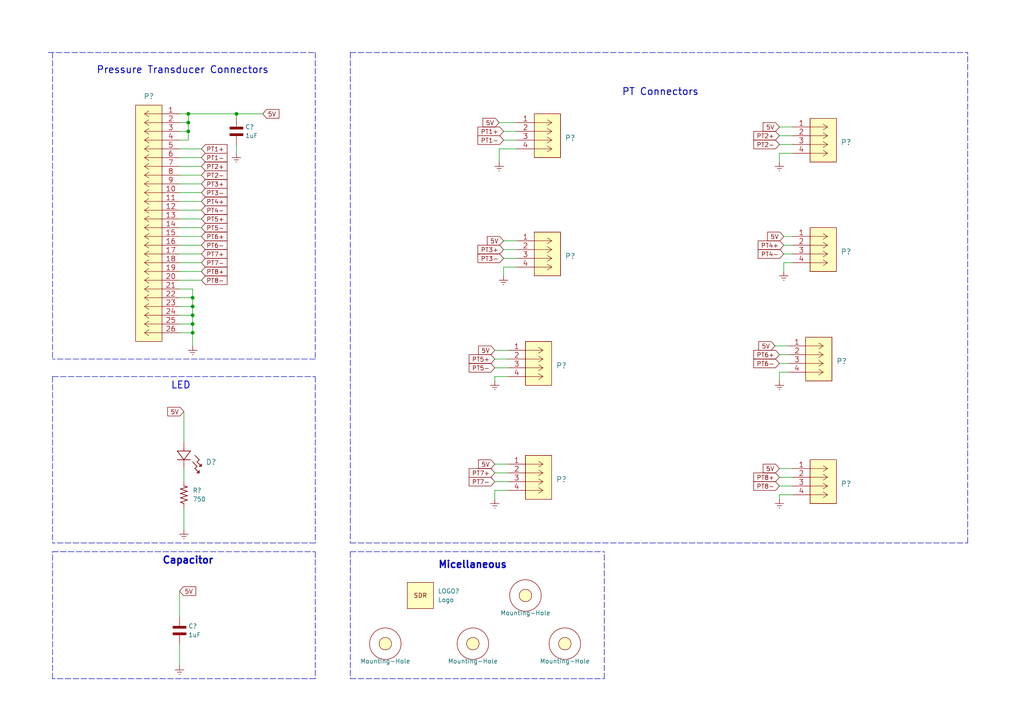
<source format=kicad_sch>
(kicad_sch (version 20211123) (generator eeschema)
  (paper "A4")
  (lib_symbols
    (symbol "PT-Hub:20021511-00026T4LF" (pin_names (offset 0.254) hide)
      (property "Reference" "P" (at 8.89 6.35 0))
      (symbol "20021511-00026T4LF_0_1"
        (rectangle (start 5.08 2.54) (end 12.7 -66.04) (stroke (width 0.1524)) (fill (type background)))
      )
      (symbol "20021511-00026T4LF_1_1"
        (polyline (pts (xy 10.16 -63.5) (xy 5.08 -63.5)) (stroke (width 0.127)))
        (polyline (pts (xy 10.16 -63.5) (xy 8.89 -64.3382)) (stroke (width 0.127)))
        (polyline (pts (xy 10.16 -63.5) (xy 8.89 -62.6618)) (stroke (width 0.127)))
        (polyline (pts (xy 10.16 -60.96) (xy 5.08 -60.96)) (stroke (width 0.127)))
        (polyline (pts (xy 10.16 -60.96) (xy 8.89 -61.7982)) (stroke (width 0.127)))
        (polyline (pts (xy 10.16 -60.96) (xy 8.89 -60.1218)) (stroke (width 0.127)))
        (polyline (pts (xy 10.16 -58.42) (xy 5.08 -58.42)) (stroke (width 0.127)))
        (polyline (pts (xy 10.16 -58.42) (xy 8.89 -59.2582)) (stroke (width 0.127)))
        (polyline (pts (xy 10.16 -58.42) (xy 8.89 -57.5818)) (stroke (width 0.127)))
        (polyline (pts (xy 10.16 -55.88) (xy 5.08 -55.88)) (stroke (width 0.127)))
        (polyline (pts (xy 10.16 -55.88) (xy 8.89 -56.7182)) (stroke (width 0.127)))
        (polyline (pts (xy 10.16 -55.88) (xy 8.89 -55.0418)) (stroke (width 0.127)))
        (polyline (pts (xy 10.16 -53.34) (xy 5.08 -53.34)) (stroke (width 0.127)))
        (polyline (pts (xy 10.16 -53.34) (xy 8.89 -54.1782)) (stroke (width 0.127)))
        (polyline (pts (xy 10.16 -53.34) (xy 8.89 -52.5018)) (stroke (width 0.127)))
        (polyline (pts (xy 10.16 -50.8) (xy 5.08 -50.8)) (stroke (width 0.127)))
        (polyline (pts (xy 10.16 -50.8) (xy 8.89 -51.6382)) (stroke (width 0.127)))
        (polyline (pts (xy 10.16 -50.8) (xy 8.89 -49.9618)) (stroke (width 0.127)))
        (polyline (pts (xy 10.16 -48.26) (xy 5.08 -48.26)) (stroke (width 0.127)))
        (polyline (pts (xy 10.16 -48.26) (xy 8.89 -49.0982)) (stroke (width 0.127)))
        (polyline (pts (xy 10.16 -48.26) (xy 8.89 -47.4218)) (stroke (width 0.127)))
        (polyline (pts (xy 10.16 -45.72) (xy 5.08 -45.72)) (stroke (width 0.127)))
        (polyline (pts (xy 10.16 -45.72) (xy 8.89 -46.5582)) (stroke (width 0.127)))
        (polyline (pts (xy 10.16 -45.72) (xy 8.89 -44.8818)) (stroke (width 0.127)))
        (polyline (pts (xy 10.16 -43.18) (xy 5.08 -43.18)) (stroke (width 0.127)))
        (polyline (pts (xy 10.16 -43.18) (xy 8.89 -44.0182)) (stroke (width 0.127)))
        (polyline (pts (xy 10.16 -43.18) (xy 8.89 -42.3418)) (stroke (width 0.127)))
        (polyline (pts (xy 10.16 -40.64) (xy 5.08 -40.64)) (stroke (width 0.127)))
        (polyline (pts (xy 10.16 -40.64) (xy 8.89 -41.4782)) (stroke (width 0.127)))
        (polyline (pts (xy 10.16 -40.64) (xy 8.89 -39.8018)) (stroke (width 0.127)))
        (polyline (pts (xy 10.16 -38.1) (xy 5.08 -38.1)) (stroke (width 0.127)))
        (polyline (pts (xy 10.16 -38.1) (xy 8.89 -38.9382)) (stroke (width 0.127)))
        (polyline (pts (xy 10.16 -38.1) (xy 8.89 -37.2618)) (stroke (width 0.127)))
        (polyline (pts (xy 10.16 -35.56) (xy 5.08 -35.56)) (stroke (width 0.127)))
        (polyline (pts (xy 10.16 -35.56) (xy 8.89 -36.3982)) (stroke (width 0.127)))
        (polyline (pts (xy 10.16 -35.56) (xy 8.89 -34.7218)) (stroke (width 0.127)))
        (polyline (pts (xy 10.16 -33.02) (xy 5.08 -33.02)) (stroke (width 0.127)))
        (polyline (pts (xy 10.16 -33.02) (xy 8.89 -33.8582)) (stroke (width 0.127)))
        (polyline (pts (xy 10.16 -33.02) (xy 8.89 -32.1818)) (stroke (width 0.127)))
        (polyline (pts (xy 10.16 -30.48) (xy 5.08 -30.48)) (stroke (width 0.127)))
        (polyline (pts (xy 10.16 -30.48) (xy 8.89 -31.3182)) (stroke (width 0.127)))
        (polyline (pts (xy 10.16 -30.48) (xy 8.89 -29.6418)) (stroke (width 0.127)))
        (polyline (pts (xy 10.16 -27.94) (xy 5.08 -27.94)) (stroke (width 0.127)))
        (polyline (pts (xy 10.16 -27.94) (xy 8.89 -28.7782)) (stroke (width 0.127)))
        (polyline (pts (xy 10.16 -27.94) (xy 8.89 -27.1018)) (stroke (width 0.127)))
        (polyline (pts (xy 10.16 -25.4) (xy 5.08 -25.4)) (stroke (width 0.127)))
        (polyline (pts (xy 10.16 -25.4) (xy 8.89 -26.2382)) (stroke (width 0.127)))
        (polyline (pts (xy 10.16 -25.4) (xy 8.89 -24.5618)) (stroke (width 0.127)))
        (polyline (pts (xy 10.16 -22.86) (xy 5.08 -22.86)) (stroke (width 0.127)))
        (polyline (pts (xy 10.16 -22.86) (xy 8.89 -23.6982)) (stroke (width 0.127)))
        (polyline (pts (xy 10.16 -22.86) (xy 8.89 -22.0218)) (stroke (width 0.127)))
        (polyline (pts (xy 10.16 -20.32) (xy 5.08 -20.32)) (stroke (width 0.127)))
        (polyline (pts (xy 10.16 -20.32) (xy 8.89 -21.1582)) (stroke (width 0.127)))
        (polyline (pts (xy 10.16 -20.32) (xy 8.89 -19.4818)) (stroke (width 0.127)))
        (polyline (pts (xy 10.16 -17.78) (xy 5.08 -17.78)) (stroke (width 0.127)))
        (polyline (pts (xy 10.16 -17.78) (xy 8.89 -18.6182)) (stroke (width 0.127)))
        (polyline (pts (xy 10.16 -17.78) (xy 8.89 -16.9418)) (stroke (width 0.127)))
        (polyline (pts (xy 10.16 -15.24) (xy 5.08 -15.24)) (stroke (width 0.127)))
        (polyline (pts (xy 10.16 -15.24) (xy 8.89 -16.0782)) (stroke (width 0.127)))
        (polyline (pts (xy 10.16 -15.24) (xy 8.89 -14.4018)) (stroke (width 0.127)))
        (polyline (pts (xy 10.16 -12.7) (xy 5.08 -12.7)) (stroke (width 0.127)))
        (polyline (pts (xy 10.16 -12.7) (xy 8.89 -13.5382)) (stroke (width 0.127)))
        (polyline (pts (xy 10.16 -12.7) (xy 8.89 -11.8618)) (stroke (width 0.127)))
        (polyline (pts (xy 10.16 -10.16) (xy 5.08 -10.16)) (stroke (width 0.127)))
        (polyline (pts (xy 10.16 -10.16) (xy 8.89 -10.9982)) (stroke (width 0.127)))
        (polyline (pts (xy 10.16 -10.16) (xy 8.89 -9.3218)) (stroke (width 0.127)))
        (polyline (pts (xy 10.16 -7.62) (xy 5.08 -7.62)) (stroke (width 0.127)))
        (polyline (pts (xy 10.16 -7.62) (xy 8.89 -8.4582)) (stroke (width 0.127)))
        (polyline (pts (xy 10.16 -7.62) (xy 8.89 -6.7818)) (stroke (width 0.127)))
        (polyline (pts (xy 10.16 -5.08) (xy 5.08 -5.08)) (stroke (width 0.127)))
        (polyline (pts (xy 10.16 -5.08) (xy 8.89 -5.9182)) (stroke (width 0.127)))
        (polyline (pts (xy 10.16 -5.08) (xy 8.89 -4.2418)) (stroke (width 0.127)))
        (polyline (pts (xy 10.16 -2.54) (xy 5.08 -2.54)) (stroke (width 0.127)))
        (polyline (pts (xy 10.16 -2.54) (xy 8.89 -3.3782)) (stroke (width 0.127)))
        (polyline (pts (xy 10.16 -2.54) (xy 8.89 -1.7018)) (stroke (width 0.127)))
        (polyline (pts (xy 10.16 0) (xy 5.08 0)) (stroke (width 0.127)))
        (polyline (pts (xy 10.16 0) (xy 8.89 -0.8382)) (stroke (width 0.127)))
        (polyline (pts (xy 10.16 0) (xy 8.89 0.8382)) (stroke (width 0.127)))
        (pin passive line (at 0 0 0) (length 5.08) (name "1") (number "1"))
        (pin passive line (at 0 -22.86 0) (length 5.08) (name "10") (number "10"))
        (pin passive line (at 0 -25.4 0) (length 5.08) (name "11") (number "11"))
        (pin passive line (at 0 -27.94 0) (length 5.08) (name "12") (number "12"))
        (pin passive line (at 0 -30.48 0) (length 5.08) (name "13") (number "13"))
        (pin passive line (at 0 -33.02 0) (length 5.08) (name "14") (number "14"))
        (pin passive line (at 0 -35.56 0) (length 5.08) (name "15") (number "15"))
        (pin passive line (at 0 -38.1 0) (length 5.08) (name "16") (number "16"))
        (pin passive line (at 0 -40.64 0) (length 5.08) (name "17") (number "17"))
        (pin passive line (at 0 -43.18 0) (length 5.08) (name "18") (number "18"))
        (pin passive line (at 0 -45.72 0) (length 5.08) (name "19") (number "19"))
        (pin passive line (at 0 -2.54 0) (length 5.08) (name "2") (number "2"))
        (pin passive line (at 0 -48.26 0) (length 5.08) (name "20") (number "20"))
        (pin passive line (at 0 -50.8 0) (length 5.08) (name "21") (number "21"))
        (pin passive line (at 0 -53.34 0) (length 5.08) (name "22") (number "22"))
        (pin passive line (at 0 -55.88 0) (length 5.08) (name "23") (number "23"))
        (pin passive line (at 0 -58.42 0) (length 5.08) (name "24") (number "24"))
        (pin passive line (at 0 -60.96 0) (length 5.08) (name "25") (number "25"))
        (pin passive line (at 0 -63.5 0) (length 5.08) (name "26") (number "26"))
        (pin passive line (at 0 -5.08 0) (length 5.08) (name "3") (number "3"))
        (pin passive line (at 0 -7.62 0) (length 5.08) (name "4") (number "4"))
        (pin passive line (at 0 -10.16 0) (length 5.08) (name "5") (number "5"))
        (pin passive line (at 0 -12.7 0) (length 5.08) (name "6") (number "6"))
        (pin passive line (at 0 -15.24 0) (length 5.08) (name "7") (number "7"))
        (pin passive line (at 0 -17.78 0) (length 5.08) (name "8") (number "8"))
        (pin passive line (at 0 -20.32 0) (length 5.08) (name "9") (number "9"))
      )
    )
    (symbol "PT-Hub:39299043" (pin_names (offset 0.254) hide)
      (property "Reference" "P" (at 7.62 5.08 0))
      (symbol "39299043_1_1"
        (polyline (pts (xy 5.08 -10.16) (xy 12.7 -10.16)) (stroke (width 0.127)))
        (polyline (pts (xy 5.08 2.54) (xy 5.08 -10.16)) (stroke (width 0.127)))
        (polyline (pts (xy 10.16 -7.62) (xy 5.08 -7.62)) (stroke (width 0.127)))
        (polyline (pts (xy 10.16 -7.62) (xy 8.89 -8.4582)) (stroke (width 0.127)))
        (polyline (pts (xy 10.16 -7.62) (xy 8.89 -6.7818)) (stroke (width 0.127)))
        (polyline (pts (xy 10.16 -5.08) (xy 5.08 -5.08)) (stroke (width 0.127)))
        (polyline (pts (xy 10.16 -5.08) (xy 8.89 -5.9182)) (stroke (width 0.127)))
        (polyline (pts (xy 10.16 -5.08) (xy 8.89 -4.2418)) (stroke (width 0.127)))
        (polyline (pts (xy 10.16 -2.54) (xy 5.08 -2.54)) (stroke (width 0.127)))
        (polyline (pts (xy 10.16 -2.54) (xy 8.89 -3.3782)) (stroke (width 0.127)))
        (polyline (pts (xy 10.16 -2.54) (xy 8.89 -1.7018)) (stroke (width 0.127)))
        (polyline (pts (xy 10.16 0) (xy 5.08 0)) (stroke (width 0.127)))
        (polyline (pts (xy 10.16 0) (xy 8.89 -0.8382)) (stroke (width 0.127)))
        (polyline (pts (xy 10.16 0) (xy 8.89 0.8382)) (stroke (width 0.127)))
        (polyline (pts (xy 12.7 -10.16) (xy 12.7 2.54)) (stroke (width 0.127)))
        (polyline (pts (xy 12.7 2.54) (xy 5.08 2.54)) (stroke (width 0.127)) (fill (type background)))
        (rectangle (start 5.08 2.54) (end 12.7 -10.16) (stroke (width 0.127)) (fill (type background)))
        (pin passive line (at 0 0 0) (length 5.08) (name "+12V") (number "1"))
        (pin passive line (at 0 -2.54 0) (length 5.08) (name "GND") (number "2"))
        (pin passive line (at 0 -5.08 0) (length 5.08) (name "3") (number "3"))
        (pin passive line (at 0 -7.62 0) (length 5.08) (name "4") (number "4"))
      )
    )
    (symbol "PT-Hub:CAP_0603" (pin_numbers hide) (pin_names (offset 1.016) hide)
      (property "Reference" "C" (at -1.27 3.81 0))
      (property "Value" "CAP_0603" (at -3.81 -3.81 0))
      (symbol "CAP_0603_0_0"
        (rectangle (start -1.27 -1.905) (end -0.635 1.905) (fill (type outline)))
        (rectangle (start 0.635 -1.905) (end 1.27 1.905) (fill (type outline)))
        (pin passive line (at 3.81 0 180) (length 2.54) (name "~") (number "1"))
        (pin passive line (at -3.81 0 0) (length 2.54) (name "~") (number "2"))
      )
    )
    (symbol "PT-Hub:Earth" (power) (pin_names (offset 0))
      (symbol "Earth_0_1"
        (polyline (pts (xy -0.635 -1.905) (xy 0.635 -1.905)))
        (polyline (pts (xy -0.127 -2.54) (xy 0.127 -2.54)))
        (polyline (pts (xy 0 -1.27) (xy 0 0)))
        (polyline (pts (xy 1.27 -1.27) (xy -1.27 -1.27)))
      )
      (symbol "Earth_1_1"
        (pin power_in line (at 0 0 270) (length 0) hide (name "Earth") (number "1"))
      )
    )
    (symbol "PT-Hub:Logo" (pin_names (offset 1.016))
      (property "Reference" "LOGO" (at 0 5.08 0))
      (property "Value" "Logo" (at 0 -5.08 0))
      (symbol "Logo_0_0"
        (text "SDR" (at 0 0 0) (effects (font (size 1.27 1.27))))
      )
      (symbol "Logo_0_1"
        (rectangle (start -3.81 3.81) (end 3.81 -3.81) (fill (type background)))
      )
    )
    (symbol "PT-Hub:Mounting-Hole" (pin_names (offset 1.016))
      (symbol "Mounting-Hole_0_1"
        (circle (center 0 0) (radius 1.8034) (fill (type background)))
        (circle (center 0 0) (radius 4.572))
      )
    )
    (symbol "PT-Hub:RES_0603" (pin_numbers hide) (pin_names (offset 1.016) hide)
      (property "Reference" "R" (at -1.27 1.27 0))
      (property "Value" "RES_0603" (at -3.81 -2.54 0))
      (symbol "RES_0603_0_0"
        (polyline (pts (xy -2.54 0) (xy -2.159 1.016)) (stroke (width 0.2032)))
        (polyline (pts (xy -2.159 1.016) (xy -1.524 -1.016)) (stroke (width 0.2032)))
        (polyline (pts (xy -1.524 -1.016) (xy -0.889 1.016)) (stroke (width 0.2032)))
        (polyline (pts (xy -0.889 1.016) (xy -0.254 -1.016)) (stroke (width 0.2032)))
        (polyline (pts (xy -0.254 -1.016) (xy 0.381 1.016)) (stroke (width 0.2032)))
        (polyline (pts (xy 0.381 1.016) (xy 1.016 -1.016)) (stroke (width 0.2032)))
        (polyline (pts (xy 1.016 -1.016) (xy 1.651 1.016)) (stroke (width 0.2032)))
        (polyline (pts (xy 1.651 1.016) (xy 2.286 -1.016)) (stroke (width 0.2032)))
        (polyline (pts (xy 2.286 -1.016) (xy 2.54 0)) (stroke (width 0.2032)))
        (pin passive line (at -3.81 0 0) (length 1.27) (name "~") (number "1"))
        (pin passive line (at 3.81 0 180) (length 1.27) (name "~") (number "2"))
      )
    )
    (symbol "PT-Hub:SML-LX1206GC-TR" (pin_numbers hide) (pin_names hide)
      (property "Reference" "D" (at 3.81 5.08 0))
      (property "Value" "SML-LX1206GC-TR" (at 11.43 -10.16 0))
      (symbol "SML-LX1206GC-TR_1_1"
        (polyline (pts (xy -1.905 0) (xy 1.905 0)) (stroke (width 0.2032)))
        (polyline (pts (xy -1.905 2.54) (xy 0 0)) (stroke (width 0.2032)))
        (polyline (pts (xy 0 0) (xy 0 -1.27)) (stroke (width 0.1524)))
        (polyline (pts (xy 0 0) (xy 1.905 2.54)) (stroke (width 0.2032)))
        (polyline (pts (xy 0 3.175) (xy 0 2.54)) (stroke (width 0.1524)))
        (polyline (pts (xy 0 3.81) (xy 0 2.8702)) (stroke (width 0.1524)))
        (polyline (pts (xy 1.905 2.54) (xy -1.905 2.54)) (stroke (width 0.2032)))
        (polyline (pts (xy 2.54 -0.635) (xy 3.81 -1.905)) (stroke (width 0.2032)))
        (polyline (pts (xy 3.175 -2.54) (xy 4.445 -3.81)) (stroke (width 0.2032)))
        (polyline (pts (xy 3.175 1.27) (xy 4.445 0)) (stroke (width 0.2032)))
        (polyline (pts (xy 3.81 -3.81) (xy 4.445 -3.81)) (stroke (width 0.2032)))
        (polyline (pts (xy 3.81 -1.905) (xy 3.175 -2.54)) (stroke (width 0.2032)))
        (polyline (pts (xy 3.81 -0.635) (xy 5.08 -1.905)) (stroke (width 0.2032)))
        (polyline (pts (xy 4.445 -3.81) (xy 4.445 -3.175)) (stroke (width 0.2032)))
        (polyline (pts (xy 4.445 -3.175) (xy 3.81 -3.81)) (stroke (width 0.2032)))
        (polyline (pts (xy 4.445 -1.905) (xy 5.08 -1.905)) (stroke (width 0.2032)))
        (polyline (pts (xy 4.445 0) (xy 3.81 -0.635)) (stroke (width 0.2032)))
        (polyline (pts (xy 5.08 -1.905) (xy 5.08 -1.27)) (stroke (width 0.2032)))
        (polyline (pts (xy 5.08 -1.27) (xy 4.445 -1.905)) (stroke (width 0.2032)))
        (pin passive line (at 0 -2.54 90) (length 1.27) (name "1") (number "1"))
        (pin passive line (at 0 5.08 270) (length 1.27) (name "2") (number "2"))
      )
    )
  )
  (junction (at 54.61 35.56))
  (junction (at 55.88 91.44))
  (junction (at 55.88 88.9))
  (junction (at 68.58 33.02))
  (junction (at 55.88 96.52))
  (junction (at 54.61 33.02))
  (junction (at 55.88 86.36))
  (junction (at 55.88 93.98))
  (junction (at 54.61 38.1))
  (wire (pts (xy 52.07 66.04) (xy 58.42 66.04)))
  (wire (pts (xy 52.07 50.8) (xy 58.42 50.8)))
  (wire (pts (xy 68.58 33.02) (xy 76.2 33.02)))
  (wire (pts (xy 144.78 43.18) (xy 144.78 46.99)))
  (wire (pts (xy 226.06 105.41) (xy 228.6 105.41)))
  (wire (pts (xy 143.51 109.22) (xy 143.51 110.49)))
  (wire (pts (xy 226.06 138.43) (xy 229.87 138.43)))
  (wire (pts (xy 52.07 45.72) (xy 58.42 45.72)))
  (polyline (pts (xy 175.26 196.85) (xy 175.26 160.02)))
  (polyline (pts (xy 13.97 15.24) (xy 91.44 15.24)))
  (polyline (pts (xy 91.44 157.48) (xy 15.24 157.48)))
  (wire (pts (xy 52.07 186.69) (xy 52.07 193.04)))
  (wire (pts (xy 53.34 119.38) (xy 53.34 128.27)))
  (wire (pts (xy 146.05 74.93) (xy 149.86 74.93)))
  (wire (pts (xy 146.05 77.47) (xy 146.05 80.01)))
  (wire (pts (xy 226.06 36.83) (xy 229.87 36.83)))
  (wire (pts (xy 143.51 137.16) (xy 147.32 137.16)))
  (wire (pts (xy 226.06 102.87) (xy 228.6 102.87)))
  (wire (pts (xy 226.06 41.91) (xy 229.87 41.91)))
  (wire (pts (xy 68.58 41.91) (xy 68.58 44.45)))
  (wire (pts (xy 52.07 43.18) (xy 58.42 43.18)))
  (polyline (pts (xy 101.6 196.85) (xy 175.26 196.85)))
  (wire (pts (xy 146.05 69.85) (xy 149.86 69.85)))
  (wire (pts (xy 143.51 134.62) (xy 147.32 134.62)))
  (polyline (pts (xy 15.24 160.02) (xy 20.32 160.02)))
  (wire (pts (xy 144.78 35.56) (xy 149.86 35.56)))
  (wire (pts (xy 52.07 48.26) (xy 58.42 48.26)))
  (wire (pts (xy 52.07 88.9) (xy 55.88 88.9)))
  (wire (pts (xy 55.88 88.9) (xy 55.88 91.44)))
  (wire (pts (xy 52.07 33.02) (xy 54.61 33.02)))
  (wire (pts (xy 227.33 73.66) (xy 229.87 73.66)))
  (wire (pts (xy 226.06 107.95) (xy 226.06 110.49)))
  (wire (pts (xy 52.07 76.2) (xy 58.42 76.2)))
  (wire (pts (xy 226.06 135.89) (xy 229.87 135.89)))
  (wire (pts (xy 54.61 35.56) (xy 54.61 33.02)))
  (wire (pts (xy 147.32 109.22) (xy 143.51 109.22)))
  (wire (pts (xy 143.51 104.14) (xy 147.32 104.14)))
  (wire (pts (xy 53.34 147.32) (xy 53.34 153.67)))
  (wire (pts (xy 52.07 86.36) (xy 55.88 86.36)))
  (wire (pts (xy 226.06 39.37) (xy 229.87 39.37)))
  (wire (pts (xy 52.07 83.82) (xy 55.88 83.82)))
  (wire (pts (xy 52.07 73.66) (xy 58.42 73.66)))
  (wire (pts (xy 149.86 77.47) (xy 146.05 77.47)))
  (wire (pts (xy 226.06 140.97) (xy 229.87 140.97)))
  (polyline (pts (xy 101.6 15.24) (xy 101.6 157.48)))
  (polyline (pts (xy 15.24 15.24) (xy 15.24 104.14)))
  (wire (pts (xy 54.61 33.02) (xy 68.58 33.02)))
  (wire (pts (xy 224.79 100.33) (xy 228.6 100.33)))
  (polyline (pts (xy 15.24 160.02) (xy 91.44 160.02)))
  (wire (pts (xy 55.88 96.52) (xy 55.88 100.33)))
  (polyline (pts (xy 91.44 15.24) (xy 91.44 104.14)))
  (wire (pts (xy 52.07 35.56) (xy 54.61 35.56)))
  (polyline (pts (xy 91.44 104.14) (xy 15.24 104.14)))
  (polyline (pts (xy 91.44 196.85) (xy 15.24 196.85)))
  (wire (pts (xy 146.05 38.1) (xy 149.86 38.1)))
  (polyline (pts (xy 101.6 160.02) (xy 101.6 196.85)))
  (wire (pts (xy 54.61 38.1) (xy 54.61 35.56)))
  (wire (pts (xy 52.07 60.96) (xy 58.42 60.96)))
  (wire (pts (xy 52.07 38.1) (xy 54.61 38.1)))
  (wire (pts (xy 143.51 142.24) (xy 143.51 144.78)))
  (polyline (pts (xy 15.24 109.22) (xy 15.24 157.48)))
  (polyline (pts (xy 101.6 15.24) (xy 280.67 15.24)))
  (polyline (pts (xy 101.6 157.48) (xy 280.67 157.48)))
  (wire (pts (xy 52.07 171.45) (xy 52.07 179.07)))
  (wire (pts (xy 55.88 93.98) (xy 55.88 96.52)))
  (wire (pts (xy 229.87 44.45) (xy 226.06 44.45)))
  (polyline (pts (xy 15.24 109.22) (xy 91.44 109.22)))
  (wire (pts (xy 52.07 71.12) (xy 58.42 71.12)))
  (wire (pts (xy 226.06 44.45) (xy 226.06 46.99)))
  (wire (pts (xy 227.33 71.12) (xy 229.87 71.12)))
  (wire (pts (xy 143.51 106.68) (xy 147.32 106.68)))
  (wire (pts (xy 52.07 78.74) (xy 58.42 78.74)))
  (wire (pts (xy 52.07 81.28) (xy 58.42 81.28)))
  (wire (pts (xy 52.07 93.98) (xy 55.88 93.98)))
  (polyline (pts (xy 91.44 160.02) (xy 91.44 196.85)))
  (wire (pts (xy 229.87 143.51) (xy 226.06 143.51)))
  (wire (pts (xy 52.07 40.64) (xy 54.61 40.64)))
  (wire (pts (xy 55.88 91.44) (xy 55.88 93.98)))
  (wire (pts (xy 227.33 68.58) (xy 229.87 68.58)))
  (polyline (pts (xy 91.44 109.22) (xy 91.44 157.48)))
  (wire (pts (xy 52.07 58.42) (xy 58.42 58.42)))
  (wire (pts (xy 52.07 91.44) (xy 55.88 91.44)))
  (wire (pts (xy 52.07 53.34) (xy 58.42 53.34)))
  (polyline (pts (xy 101.6 160.02) (xy 175.26 160.02)))
  (wire (pts (xy 143.51 101.6) (xy 147.32 101.6)))
  (polyline (pts (xy 15.24 196.85) (xy 15.24 160.02)))
  (wire (pts (xy 147.32 142.24) (xy 143.51 142.24)))
  (polyline (pts (xy 280.67 157.48) (xy 280.67 15.24)))
  (wire (pts (xy 229.87 76.2) (xy 227.33 76.2)))
  (wire (pts (xy 228.6 107.95) (xy 226.06 107.95)))
  (wire (pts (xy 55.88 86.36) (xy 55.88 88.9)))
  (wire (pts (xy 52.07 55.88) (xy 58.42 55.88)))
  (wire (pts (xy 52.07 68.58) (xy 58.42 68.58)))
  (wire (pts (xy 53.34 135.89) (xy 53.34 139.7)))
  (wire (pts (xy 149.86 43.18) (xy 144.78 43.18)))
  (wire (pts (xy 54.61 40.64) (xy 54.61 38.1)))
  (wire (pts (xy 146.05 72.39) (xy 149.86 72.39)))
  (wire (pts (xy 52.07 63.5) (xy 58.42 63.5)))
  (wire (pts (xy 226.06 143.51) (xy 226.06 144.78)))
  (wire (pts (xy 143.51 139.7) (xy 147.32 139.7)))
  (wire (pts (xy 55.88 83.82) (xy 55.88 86.36)))
  (wire (pts (xy 146.05 40.64) (xy 149.86 40.64)))
  (wire (pts (xy 68.58 33.02) (xy 68.58 34.29)))
  (wire (pts (xy 52.07 96.52) (xy 55.88 96.52)))
  (wire (pts (xy 227.33 76.2) (xy 227.33 78.74)))
  (text "Capacitor" (at 46.99 163.83 0) (effects (font (size 2.032 2.032) (thickness 0.4064) bold) (justify left bottom)))
  (text "Pressure Transducer Connectors" (at 27.94 21.59 0) (effects (font (size 2.032 2.032) (thickness 0.254) bold) (justify left bottom)))
  (text "PT Connectors" (at 180.34 27.94 0) (effects (font (size 2.032 2.032) (thickness 0.254) bold) (justify left bottom)))
  (text "Micellaneous" (at 127 165.1 0) (effects (font (size 2.032 2.032) (thickness 0.4064) bold) (justify left bottom)))
  (text "LED" (at 49.53 113.03 0) (effects (font (size 2.032 2.032) (thickness 0.254) bold) (justify left bottom)))
  (global_label "PT6+" (shape input) (at 226.06 102.87 180) (property "Intersheet References" "${INTERSHEET_REFS}" (effects hide)))
  (global_label "PT8+" (shape input) (at 58.42 78.74 0) (property "Intersheet References" "${INTERSHEET_REFS}" (effects hide)))
  (global_label "PT2-" (shape input) (at 58.42 50.8 0) (property "Intersheet References" "${INTERSHEET_REFS}" (effects hide)))
  (global_label "PT8-" (shape input) (at 58.42 81.28 0) (property "Intersheet References" "${INTERSHEET_REFS}" (effects hide)))
  (global_label "PT3-" (shape input) (at 146.05 74.93 180) (property "Intersheet References" "${INTERSHEET_REFS}" (effects hide)))
  (global_label "PT6-" (shape input) (at 226.06 105.41 180) (property "Intersheet References" "${INTERSHEET_REFS}" (effects hide)))
  (global_label "PT7-" (shape input) (at 58.42 76.2 0) (property "Intersheet References" "${INTERSHEET_REFS}" (effects hide)))
  (global_label "PT1+" (shape input) (at 58.42 43.18 0) (property "Intersheet References" "${INTERSHEET_REFS}" (effects hide)))
  (global_label "PT1-" (shape input) (at 146.05 40.64 180) (property "Intersheet References" "${INTERSHEET_REFS}" (effects hide)))
  (global_label "5V" (shape input) (at 143.51 101.6 180) (property "Intersheet References" "${INTERSHEET_REFS}" (effects hide)))
  (global_label "5V" (shape input) (at 226.06 36.83 180) (property "Intersheet References" "${INTERSHEET_REFS}" (effects hide)))
  (global_label "5V" (shape input) (at 227.33 68.58 180) (property "Intersheet References" "${INTERSHEET_REFS}" (effects hide)))
  (global_label "PT4-" (shape input) (at 227.33 73.66 180) (property "Intersheet References" "${INTERSHEET_REFS}" (effects hide)))
  (global_label "PT3+" (shape input) (at 146.05 72.39 180) (property "Intersheet References" "${INTERSHEET_REFS}" (effects hide)))
  (global_label "5V" (shape input) (at 143.51 134.62 180) (property "Intersheet References" "${INTERSHEET_REFS}" (effects hide)))
  (global_label "PT6+" (shape input) (at 58.42 68.58 0) (property "Intersheet References" "${INTERSHEET_REFS}" (effects hide)))
  (global_label "PT3+" (shape input) (at 58.42 53.34 0) (property "Intersheet References" "${INTERSHEET_REFS}" (effects hide)))
  (global_label "PT8+" (shape input) (at 226.06 138.43 180) (property "Intersheet References" "${INTERSHEET_REFS}" (effects hide)))
  (global_label "PT2+" (shape input) (at 58.42 48.26 0) (property "Intersheet References" "${INTERSHEET_REFS}" (effects hide)))
  (global_label "PT4+" (shape input) (at 227.33 71.12 180) (property "Intersheet References" "${INTERSHEET_REFS}" (effects hide)))
  (global_label "PT8-" (shape input) (at 226.06 140.97 180) (property "Intersheet References" "${INTERSHEET_REFS}" (effects hide)))
  (global_label "5V" (shape input) (at 146.05 69.85 180) (property "Intersheet References" "${INTERSHEET_REFS}" (effects hide)))
  (global_label "PT1+" (shape input) (at 146.05 38.1 180) (property "Intersheet References" "${INTERSHEET_REFS}" (effects hide)))
  (global_label "5V" (shape input) (at 52.07 171.45 0) (property "Intersheet References" "${INTERSHEET_REFS}" (effects hide)))
  (global_label "PT5-" (shape input) (at 143.51 106.68 180) (property "Intersheet References" "${INTERSHEET_REFS}" (effects hide)))
  (global_label "PT2-" (shape input) (at 226.06 41.91 180) (property "Intersheet References" "${INTERSHEET_REFS}" (effects hide)))
  (global_label "PT3-" (shape input) (at 58.42 55.88 0) (property "Intersheet References" "${INTERSHEET_REFS}" (effects hide)))
  (global_label "5V" (shape input) (at 226.06 135.89 180) (property "Intersheet References" "${INTERSHEET_REFS}" (effects hide)))
  (global_label "PT7+" (shape input) (at 58.42 73.66 0) (property "Intersheet References" "${INTERSHEET_REFS}" (effects hide)))
  (global_label "PT5-" (shape input) (at 58.42 66.04 0) (property "Intersheet References" "${INTERSHEET_REFS}" (effects hide)))
  (global_label "PT4-" (shape input) (at 58.42 60.96 0) (property "Intersheet References" "${INTERSHEET_REFS}" (effects hide)))
  (global_label "5V" (shape input) (at 53.34 119.38 180) (property "Intersheet References" "${INTERSHEET_REFS}" (effects hide)))
  (global_label "5V" (shape input) (at 144.78 35.56 180) (property "Intersheet References" "${INTERSHEET_REFS}" (effects hide)))
  (global_label "PT4+" (shape input) (at 58.42 58.42 0) (property "Intersheet References" "${INTERSHEET_REFS}" (effects hide)))
  (global_label "PT7+" (shape input) (at 143.51 137.16 180) (property "Intersheet References" "${INTERSHEET_REFS}" (effects hide)))
  (global_label "PT7-" (shape input) (at 143.51 139.7 180) (property "Intersheet References" "${INTERSHEET_REFS}" (effects hide)))
  (global_label "PT5+" (shape input) (at 143.51 104.14 180) (property "Intersheet References" "${INTERSHEET_REFS}" (effects hide)))
  (global_label "PT2+" (shape input) (at 226.06 39.37 180) (property "Intersheet References" "${INTERSHEET_REFS}" (effects hide)))
  (global_label "PT6-" (shape input) (at 58.42 71.12 0) (property "Intersheet References" "${INTERSHEET_REFS}" (effects hide)))
  (global_label "5V" (shape input) (at 224.79 100.33 180) (property "Intersheet References" "${INTERSHEET_REFS}" (effects hide)))
  (global_label "5V" (shape input) (at 76.2 33.02 0) (property "Intersheet References" "${INTERSHEET_REFS}" (effects hide)))
  (global_label "PT5+" (shape input) (at 58.42 63.5 0) (property "Intersheet References" "${INTERSHEET_REFS}" (effects hide)))
  (global_label "PT1-" (shape input) (at 58.42 45.72 0) (property "Intersheet References" "${INTERSHEET_REFS}" (effects hide)))
  (symbol (lib_id "PT-Hub:Earth") (at 144.78 46.99 0) (unit 1)
    (property "Reference" "#PWR?" (effects hide))
    (property "Value" "Earth" (effects hide))
  )
  (symbol (lib_id "PT-Hub:Earth") (at 52.07 193.04 0) (unit 1)
    (property "Reference" "#PWR?" (effects hide))
    (property "Value" "Earth" (effects hide))
  )
  (symbol (lib_id "PT-Hub:39299043") (at 229.87 68.58 0) (unit 1)
    (property "Reference" "P?" (at 243.84 73.025 0) (effects (font (size 1.524 1.524)) (justify left)))
    (property "Value" "39299043" (effects hide))
    (property "Footprint" "CONN_4840.2201_SCH" (effects hide))
  )
  (symbol (lib_id "PT-Hub:Mounting-Hole") (at 137.16 186.69 0) (unit 1)
    (property "Reference" "H?" (effects hide))
    (property "Value" "Mounting-Hole" (at 137.16 191.77 0))
  )
  (symbol (lib_id "PT-Hub:39299043") (at 149.86 69.85 0) (unit 1)
    (property "Reference" "P?" (at 163.83 74.295 0) (effects (font (size 1.524 1.524)) (justify left)))
    (property "Value" "39299043" (effects hide))
    (property "Footprint" "CONN_4840.2201_SCH" (effects hide))
  )
  (symbol (lib_id "PT-Hub:RES_0603") (at 53.34 143.51 90) (unit 1)
    (property "Reference" "R?" (at 55.88 142.2399 90) (effects (justify right)))
    (property "Value" "750" (at 55.88 144.7799 90) (effects (justify right)))
  )
  (symbol (lib_id "PT-Hub:Earth") (at 143.51 144.78 0) (unit 1)
    (property "Reference" "#PWR?" (effects hide))
    (property "Value" "Earth" (effects hide))
  )
  (symbol (lib_id "PT-Hub:Earth") (at 146.05 80.01 0) (unit 1)
    (property "Reference" "#PWR?" (effects hide))
    (property "Value" "Earth" (effects hide))
  )
  (symbol (lib_id "PT-Hub:Earth") (at 226.06 144.78 0) (unit 1)
    (property "Reference" "#PWR?" (effects hide))
    (property "Value" "Earth" (effects hide))
  )
  (symbol (lib_id "PT-Hub:Earth") (at 227.33 78.74 0) (unit 1)
    (property "Reference" "#PWR?" (effects hide))
    (property "Value" "Earth" (effects hide))
  )
  (symbol (lib_id "PT-Hub:Earth") (at 68.58 44.45 0) (unit 1)
    (property "Reference" "#PWR?" (effects hide))
    (property "Value" "Earth" (effects hide))
  )
  (symbol (lib_id "PT-Hub:39299043") (at 229.87 135.89 0) (unit 1)
    (property "Reference" "P?" (at 243.84 140.335 0) (effects (font (size 1.524 1.524)) (justify left)))
    (property "Value" "39299043" (effects hide))
    (property "Footprint" "CONN_4840.2201_SCH" (effects hide))
  )
  (symbol (lib_id "PT-Hub:Mounting-Hole") (at 163.83 186.69 0) (unit 1)
    (property "Reference" "H?" (effects hide))
    (property "Value" "Mounting-Hole" (at 163.83 191.77 0))
  )
  (symbol (lib_id "PT-Hub:Earth") (at 226.06 46.99 0) (unit 1)
    (property "Reference" "#PWR?" (effects hide))
    (property "Value" "Earth" (effects hide))
  )
  (symbol (lib_id "PT-Hub:Logo") (at 121.92 172.72 0) (unit 1)
    (property "Reference" "LOGO?" (at 127 171.4499 0) (effects (justify left)))
    (property "Value" "Logo" (at 127 173.9899 0) (effects (justify left)))
  )
  (symbol (lib_id "PT-Hub:SML-LX1206GC-TR") (at 53.34 133.35 0) (unit 1)
    (property "Reference" "D?" (at 59.69 133.9977 0) (effects (font (size 1.524 1.524)) (justify left)))
    (property "Value" "SML-LX1206GC-TR" (effects hide))
  )
  (symbol (lib_id "PT-Hub:Earth") (at 143.51 110.49 0) (unit 1)
    (property "Reference" "#PWR?" (effects hide))
    (property "Value" "Earth" (effects hide))
  )
  (symbol (lib_id "PT-Hub:39299043") (at 147.32 101.6 0) (unit 1)
    (property "Reference" "P?" (at 161.29 106.045 0) (effects (font (size 1.524 1.524)) (justify left)))
    (property "Value" "39299043" (effects hide))
    (property "Footprint" "CONN_4840.2201_SCH" (effects hide))
  )
  (symbol (lib_id "PT-Hub:Earth") (at 53.34 153.67 0) (unit 1)
    (property "Reference" "#PWR?" (effects hide))
    (property "Value" "Earth" (effects hide))
  )
  (symbol (lib_id "PT-Hub:Earth") (at 55.88 100.33 0) (unit 1)
    (property "Reference" "#PWR?" (effects hide))
    (property "Value" "Earth" (effects hide))
  )
  (symbol (lib_id "PT-Hub:Earth") (at 226.06 110.49 0) (unit 1)
    (property "Reference" "#PWR?" (effects hide))
    (property "Value" "Earth" (effects hide))
  )
  (symbol (lib_id "PT-Hub:39299043") (at 147.32 134.62 0) (unit 1)
    (property "Reference" "P?" (at 161.29 139.065 0) (effects (font (size 1.524 1.524)) (justify left)))
    (property "Value" "39299043" (effects hide))
    (property "Footprint" "CONN_4840.2201_SCH" (effects hide))
  )
  (symbol (lib_id "PT-Hub:CAP_0603") (at 52.07 182.88 90) (unit 1)
    (property "Reference" "C?" (at 54.61 181.6099 90) (effects (justify right)))
    (property "Value" "1uF" (at 54.61 184.1499 90) (effects (justify right)))
    (property "Footprint" "PT-Hub:CAP_0603" (effects hide))
  )
  (symbol (lib_id "PT-Hub:39299043") (at 149.86 35.56 0) (unit 1)
    (property "Reference" "P?" (at 163.83 40.005 0) (effects (font (size 1.524 1.524)) (justify left)))
    (property "Value" "39299043" (effects hide))
  )
  (symbol (lib_id "PT-Hub:39299043") (at 228.6 100.33 0) (unit 1)
    (property "Reference" "P?" (at 242.57 104.775 0) (effects (font (size 1.524 1.524)) (justify left)))
    (property "Value" "39299043" (effects hide))
    (property "Footprint" "CONN_4840.2201_SCH" (effects hide))
  )
  (symbol (lib_id "PT-Hub:20021511-00026T4LF") (at 52.07 33.02 0) (mirror y) (unit 1)
    (property "Reference" "P?" (at 43.18 27.94 0) (effects (font (size 1.524 1.524))))
    (property "Value" "20021511-00026T4LF" (effects hide))
    (property "Footprint" "PT-Hub:20021511-00026T4LF" (effects hide))
  )
  (symbol (lib_id "PT-Hub:39299043") (at 229.87 36.83 0) (unit 1)
    (property "Reference" "P?" (at 243.84 41.275 0) (effects (font (size 1.524 1.524)) (justify left)))
    (property "Value" "39299043" (effects hide))
    (property "Footprint" "CONN_4840.2201_SCH" (effects hide))
  )
  (symbol (lib_id "PT-Hub:CAP_0603") (at 68.58 38.1 90) (unit 1)
    (property "Reference" "C?" (at 71.12 36.8299 90) (effects (justify right)))
    (property "Value" "1uF" (at 71.12 39.3699 90) (effects (justify right)))
  )
  (symbol (lib_id "PT-Hub:Mounting-Hole") (at 111.76 186.69 0) (unit 1)
    (property "Reference" "H?" (effects hide))
    (property "Value" "Mounting-Hole" (at 111.76 191.77 0))
  )
  (symbol (lib_id "PT-Hub:Mounting-Hole") (at 152.4 172.72 0) (unit 1)
    (property "Reference" "H?" (effects hide))
    (property "Value" "Mounting-Hole" (at 152.4 177.8 0))
  )
)
</source>
